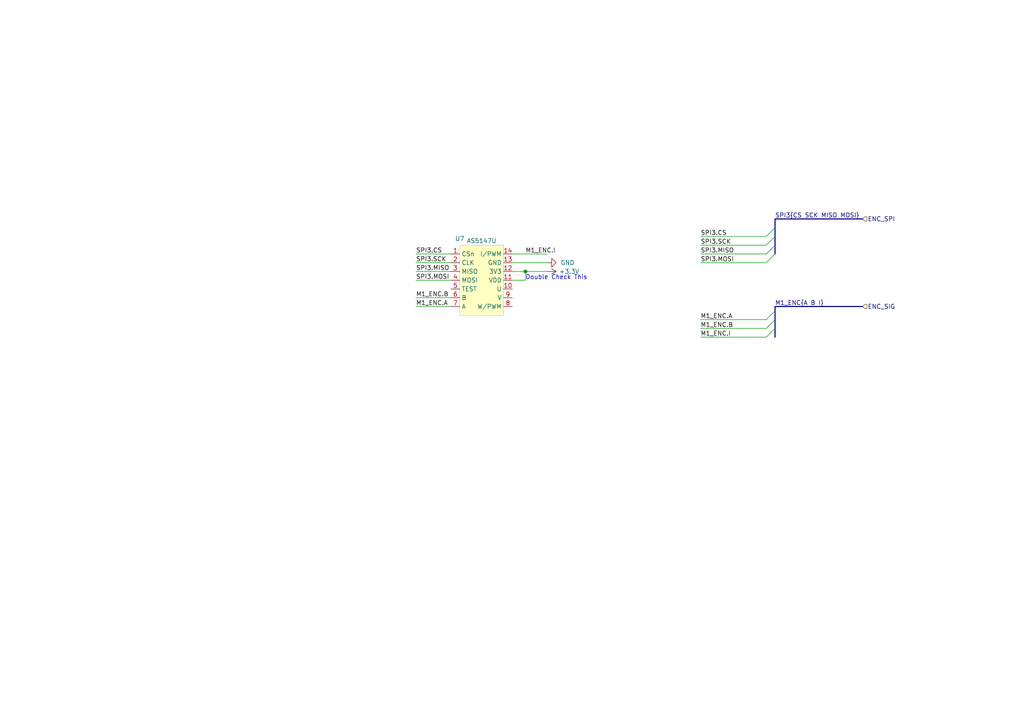
<source format=kicad_sch>
(kicad_sch (version 20230121) (generator eeschema)
  (paper "A4")
  (lib_symbols
    (symbol "TylerLib:AS5147U-HTSM"
      (property "Reference" "U" (at 0 0 0))
      (symbol "AS5147U-HTSM_1_1"
        (rectangle (start -6.35 -1.27) (end 6.35 -21.59) (stroke (width 0) (color 196 196 196 1)) (fill (type background)))
        (pin input line (at -8.89 -3.81 0) (length 2.54) (name "CSn") (number "1"))
        (pin input line (at 8.89 -13.97 180) (length 2.54) (name "U") (number "10"))
        (pin input line (at 8.89 -11.43 180) (length 2.54) (name "VDD") (number "11"))
        (pin output line (at 8.89 -8.89 180) (length 2.54) (name "3V3") (number "12"))
        (pin input line (at 8.89 -6.35 180) (length 2.54) (name "GND") (number "13"))
        (pin input line (at 8.89 -3.81 180) (length 2.54) (name "I/PWM") (number "14"))
        (pin input line (at -8.89 -6.35 0) (length 2.54) (name "CLK") (number "2"))
        (pin input line (at -8.89 -8.89 0) (length 2.54) (name "MISO") (number "3"))
        (pin input line (at -8.89 -11.43 0) (length 2.54) (name "MOSI") (number "4"))
        (pin input line (at -8.89 -13.97 0) (length 2.54) (name "TEST") (number "5"))
        (pin input line (at -8.89 -16.51 0) (length 2.54) (name "B") (number "6"))
        (pin input line (at -8.89 -19.05 0) (length 2.54) (name "A") (number "7"))
        (pin input line (at 8.89 -19.05 180) (length 2.54) (name "W/PWM") (number "8"))
        (pin input line (at 8.89 -16.51 180) (length 2.54) (name "V") (number "9"))
      )
    )
    (symbol "power:+3.3V" (power) (pin_names (offset 0))
      (property "Value" "+3.3V" (at 0 3.556 0))
      (symbol "+3.3V_0_1"
        (polyline (pts (xy -0.762 1.27) (xy 0 2.54)))
        (polyline (pts (xy 0 0) (xy 0 2.54)))
        (polyline (pts (xy 0 2.54) (xy 0.762 1.27)))
      )
      (symbol "+3.3V_1_1"
        (pin power_in line (at 0 0 90) (length 0) hide (name "+3.3V") (number "1"))
      )
    )
    (symbol "power:GND" (power) (pin_names (offset 0))
      (property "Value" "GND" (at 0 -3.81 0))
      (symbol "GND_0_1"
        (polyline (pts (xy 0 0) (xy 0 -1.27) (xy 1.27 -1.27) (xy 0 -2.54) (xy -1.27 -1.27) (xy 0 -1.27)))
      )
      (symbol "GND_1_1"
        (pin power_in line (at 0 0 270) (length 0) hide (name "GND") (number "1"))
      )
    )
  )
  (junction (at 152.4 78.74))
  (bus_entry (at 224.79 90.17) (size -2.54 2.54))
  (bus_entry (at 224.79 92.71) (size -2.54 2.54))
  (bus_entry (at 224.79 68.58) (size -2.54 2.54))
  (bus_entry (at 224.79 66.04) (size -2.54 2.54))
  (bus_entry (at 224.79 95.25) (size -2.54 2.54))
  (bus_entry (at 224.79 73.66) (size -2.54 2.54))
  (bus_entry (at 224.79 71.12) (size -2.54 2.54))
  (wire (pts (xy 158.75 76.2) (xy 148.59 76.2)))
  (wire (pts (xy 130.81 73.66) (xy 120.65 73.66)))
  (bus (pts (xy 224.79 63.5) (xy 224.79 66.04)))
  (wire (pts (xy 148.59 81.28) (xy 152.4 81.28)))
  (bus (pts (xy 224.79 63.5) (xy 250.19 63.5)))
  (wire (pts (xy 203.2 68.58) (xy 222.25 68.58)))
  (wire (pts (xy 203.2 95.25) (xy 222.25 95.25)))
  (bus (pts (xy 224.79 71.12) (xy 224.79 73.66)))
  (bus (pts (xy 224.79 66.04) (xy 224.79 68.58)))
  (wire (pts (xy 158.75 78.74) (xy 152.4 78.74)))
  (wire (pts (xy 152.4 81.28) (xy 152.4 78.74)))
  (wire (pts (xy 130.81 78.74) (xy 120.65 78.74)))
  (bus (pts (xy 224.79 88.9) (xy 250.19 88.9)))
  (wire (pts (xy 130.81 76.2) (xy 120.65 76.2)))
  (wire (pts (xy 203.2 73.66) (xy 222.25 73.66)))
  (bus (pts (xy 224.79 88.9) (xy 224.79 90.17)))
  (bus (pts (xy 224.79 95.25) (xy 224.79 97.79)))
  (wire (pts (xy 152.4 78.74) (xy 148.59 78.74)))
  (bus (pts (xy 224.79 90.17) (xy 224.79 92.71)))
  (wire (pts (xy 203.2 97.79) (xy 222.25 97.79)))
  (wire (pts (xy 130.81 81.28) (xy 120.65 81.28)))
  (wire (pts (xy 203.2 71.12) (xy 222.25 71.12)))
  (wire (pts (xy 158.75 73.66) (xy 148.59 73.66)))
  (wire (pts (xy 130.81 88.9) (xy 120.65 88.9)))
  (wire (pts (xy 203.2 76.2) (xy 222.25 76.2)))
  (bus (pts (xy 224.79 92.71) (xy 224.79 95.25)))
  (wire (pts (xy 203.2 92.71) (xy 222.25 92.71)))
  (wire (pts (xy 130.81 86.36) (xy 120.65 86.36)))
  (bus (pts (xy 224.79 68.58) (xy 224.79 71.12)))
  (text "Double Check This" (at 152.4 81.28 0) (effects (font (size 1.27 1.27)) (justify left bottom)))
  (label "SPI3{CS SCK MISO MOSI}" (at 224.79 63.5 0))
  (label "M1_ENC.A" (at 203.2 92.71 0))
  (label "SPI3.MOSI" (at 120.65 81.28 0))
  (label "M1_ENC.I" (at 152.4 73.66 0))
  (label "M1_ENC.A" (at 120.65 88.9 0))
  (label "SPI3.SCK" (at 203.2 71.12 0))
  (label "M1_ENC{A B I}" (at 224.79 88.9 0))
  (label "SPI3.MISO" (at 203.2 73.66 0))
  (label "SPI3.CS" (at 120.65 73.66 0))
  (label "SPI3.MOSI" (at 203.2 76.2 0))
  (label "M1_ENC.I" (at 203.2 97.79 0))
  (label "SPI3.MISO" (at 120.65 78.74 0))
  (label "SPI3.CS" (at 203.2 68.58 0))
  (label "M1_ENC.B" (at 120.65 86.36 0))
  (label "M1_ENC.B" (at 203.2 95.25 0))
  (label "SPI3.SCK" (at 120.65 76.2 0))
  (hierarchical_label "ENC_SPI" (shape input) (at 250.19 63.5 0))
  (hierarchical_label "ENC_SIG" (shape input) (at 250.19 88.9 0))
  (symbol (lib_id "TylerLib:AS5147U-HTSM") (at 139.7 69.85 0) (unit 1)
    (property "Reference" "U7" (at 133.35 69.215 0))
    (property "Value" "AS5147U" (at 139.7 69.85 0))
    (property "Footprint" "Package_SO:TSSOP-14_4.4x5mm_P0.65mm" (effects hide))
    (instances (project "MotorDriver" (path "" (reference "U7") (unit 1)) (path "" (reference "U3") (unit 1))))
  )
  (symbol (lib_id "power:+3.3V") (at 158.75 78.74 270) (unit 1)
    (property "Reference" "#PWR036" (effects hide))
    (property "Value" "+3.3V" (at 165.1 78.74 90))
    (instances (project "MotorDriver" (path "" (reference "#PWR036") (unit 1)) (path "" (reference "#PWR020") (unit 1))))
  )
  (symbol (lib_id "power:GND") (at 158.75 76.2 90) (unit 1)
    (property "Reference" "#PWR037" (effects hide))
    (property "Value" "GND" (at 162.56 76.2 90) (effects (justify right)))
    (instances (project "MotorDriver" (path "" (reference "#PWR037") (unit 1)) (path "" (reference "#PWR019") (unit 1))))
  )
)
</source>
